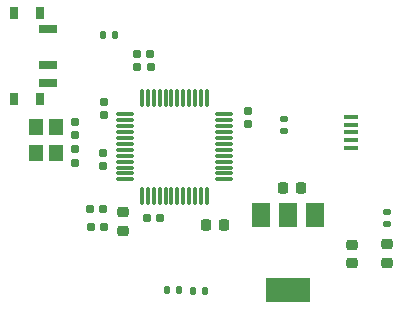
<source format=gbr>
%TF.GenerationSoftware,KiCad,Pcbnew,(6.0.8)*%
%TF.CreationDate,2022-10-13T10:33:28+07:00*%
%TF.ProjectId,1_trial,315f7472-6961-46c2-9e6b-696361645f70,rev?*%
%TF.SameCoordinates,Original*%
%TF.FileFunction,Paste,Top*%
%TF.FilePolarity,Positive*%
%FSLAX46Y46*%
G04 Gerber Fmt 4.6, Leading zero omitted, Abs format (unit mm)*
G04 Created by KiCad (PCBNEW (6.0.8)) date 2022-10-13 10:33:28*
%MOMM*%
%LPD*%
G01*
G04 APERTURE LIST*
G04 Aperture macros list*
%AMRoundRect*
0 Rectangle with rounded corners*
0 $1 Rounding radius*
0 $2 $3 $4 $5 $6 $7 $8 $9 X,Y pos of 4 corners*
0 Add a 4 corners polygon primitive as box body*
4,1,4,$2,$3,$4,$5,$6,$7,$8,$9,$2,$3,0*
0 Add four circle primitives for the rounded corners*
1,1,$1+$1,$2,$3*
1,1,$1+$1,$4,$5*
1,1,$1+$1,$6,$7*
1,1,$1+$1,$8,$9*
0 Add four rect primitives between the rounded corners*
20,1,$1+$1,$2,$3,$4,$5,0*
20,1,$1+$1,$4,$5,$6,$7,0*
20,1,$1+$1,$6,$7,$8,$9,0*
20,1,$1+$1,$8,$9,$2,$3,0*%
G04 Aperture macros list end*
%ADD10RoundRect,0.218750X0.256250X-0.218750X0.256250X0.218750X-0.256250X0.218750X-0.256250X-0.218750X0*%
%ADD11RoundRect,0.155000X-0.155000X0.212500X-0.155000X-0.212500X0.155000X-0.212500X0.155000X0.212500X0*%
%ADD12RoundRect,0.135000X-0.135000X-0.185000X0.135000X-0.185000X0.135000X0.185000X-0.135000X0.185000X0*%
%ADD13RoundRect,0.225000X0.250000X-0.225000X0.250000X0.225000X-0.250000X0.225000X-0.250000X-0.225000X0*%
%ADD14RoundRect,0.155000X0.155000X-0.212500X0.155000X0.212500X-0.155000X0.212500X-0.155000X-0.212500X0*%
%ADD15RoundRect,0.218750X-0.256250X0.218750X-0.256250X-0.218750X0.256250X-0.218750X0.256250X0.218750X0*%
%ADD16RoundRect,0.225000X0.225000X0.250000X-0.225000X0.250000X-0.225000X-0.250000X0.225000X-0.250000X0*%
%ADD17RoundRect,0.135000X-0.185000X0.135000X-0.185000X-0.135000X0.185000X-0.135000X0.185000X0.135000X0*%
%ADD18RoundRect,0.155000X-0.212500X-0.155000X0.212500X-0.155000X0.212500X0.155000X-0.212500X0.155000X0*%
%ADD19R,1.200000X1.400000*%
%ADD20R,0.800000X1.000000*%
%ADD21R,1.500000X0.700000*%
%ADD22RoundRect,0.135000X0.135000X0.185000X-0.135000X0.185000X-0.135000X-0.185000X0.135000X-0.185000X0*%
%ADD23RoundRect,0.075000X-0.662500X-0.075000X0.662500X-0.075000X0.662500X0.075000X-0.662500X0.075000X0*%
%ADD24RoundRect,0.075000X-0.075000X-0.662500X0.075000X-0.662500X0.075000X0.662500X-0.075000X0.662500X0*%
%ADD25RoundRect,0.155000X0.212500X0.155000X-0.212500X0.155000X-0.212500X-0.155000X0.212500X-0.155000X0*%
%ADD26R,1.300000X0.450000*%
%ADD27R,1.500000X2.000000*%
%ADD28R,3.800000X2.000000*%
%ADD29RoundRect,0.225000X-0.225000X-0.250000X0.225000X-0.250000X0.225000X0.250000X-0.225000X0.250000X0*%
G04 APERTURE END LIST*
D10*
%TO.C,FB1*%
X102147600Y-51291000D03*
X102147600Y-49716000D03*
%TD*%
D11*
%TO.C,C10*%
X112747600Y-41115000D03*
X112747600Y-42250000D03*
%TD*%
D12*
%TO.C,R4*%
X101507600Y-34716000D03*
X100487600Y-34716000D03*
%TD*%
D13*
%TO.C,C2*%
X121550000Y-52500000D03*
X121550000Y-54050000D03*
%TD*%
D14*
%TO.C,C6*%
X100597600Y-41533500D03*
X100597600Y-40398500D03*
%TD*%
%TO.C,C11*%
X100500000Y-44682500D03*
X100500000Y-45817500D03*
%TD*%
D15*
%TO.C,D1*%
X124497600Y-52428500D03*
X124497600Y-54003500D03*
%TD*%
D12*
%TO.C,R2*%
X105875000Y-56330000D03*
X106895000Y-56330000D03*
%TD*%
D16*
%TO.C,C3*%
X110725000Y-50825000D03*
X109175000Y-50825000D03*
%TD*%
D17*
%TO.C,R5*%
X115800000Y-41830000D03*
X115800000Y-42850000D03*
%TD*%
D14*
%TO.C,C4*%
X98142500Y-42050000D03*
X98142500Y-43185000D03*
%TD*%
D18*
%TO.C,C7*%
X103362600Y-36291000D03*
X104497600Y-36291000D03*
%TD*%
D17*
%TO.C,R1*%
X124497600Y-49706000D03*
X124497600Y-50726000D03*
%TD*%
D19*
%TO.C,Y1*%
X96467500Y-42550000D03*
X96467500Y-44750000D03*
X94767500Y-44750000D03*
X94767500Y-42550000D03*
%TD*%
D18*
%TO.C,C5*%
X104180100Y-50216000D03*
X105315100Y-50216000D03*
%TD*%
%TO.C,C8*%
X103380100Y-37466000D03*
X104515100Y-37466000D03*
%TD*%
D20*
%TO.C,SW1*%
X95180000Y-32850000D03*
X95180000Y-40150000D03*
X92970000Y-32850000D03*
X92970000Y-40150000D03*
D21*
X95830000Y-34250000D03*
X95830000Y-37250000D03*
X95830000Y-38750000D03*
%TD*%
D14*
%TO.C,C9*%
X98142500Y-44400000D03*
X98142500Y-45535000D03*
%TD*%
D22*
%TO.C,R3*%
X109150000Y-56355000D03*
X108130000Y-56355000D03*
%TD*%
D23*
%TO.C,U2*%
X102365100Y-41446000D03*
X102365100Y-41946000D03*
X102365100Y-42446000D03*
X102365100Y-42946000D03*
X102365100Y-43446000D03*
X102365100Y-43946000D03*
X102365100Y-44446000D03*
X102365100Y-44946000D03*
X102365100Y-45446000D03*
X102365100Y-45946000D03*
X102365100Y-46446000D03*
X102365100Y-46946000D03*
D24*
X103777600Y-48358500D03*
X104277600Y-48358500D03*
X104777600Y-48358500D03*
X105277600Y-48358500D03*
X105777600Y-48358500D03*
X106277600Y-48358500D03*
X106777600Y-48358500D03*
X107277600Y-48358500D03*
X107777600Y-48358500D03*
X108277600Y-48358500D03*
X108777600Y-48358500D03*
X109277600Y-48358500D03*
D23*
X110690100Y-46946000D03*
X110690100Y-46446000D03*
X110690100Y-45946000D03*
X110690100Y-45446000D03*
X110690100Y-44946000D03*
X110690100Y-44446000D03*
X110690100Y-43946000D03*
X110690100Y-43446000D03*
X110690100Y-42946000D03*
X110690100Y-42446000D03*
X110690100Y-41946000D03*
X110690100Y-41446000D03*
D24*
X109277600Y-40033500D03*
X108777600Y-40033500D03*
X108277600Y-40033500D03*
X107777600Y-40033500D03*
X107277600Y-40033500D03*
X106777600Y-40033500D03*
X106277600Y-40033500D03*
X105777600Y-40033500D03*
X105277600Y-40033500D03*
X104777600Y-40033500D03*
X104277600Y-40033500D03*
X103777600Y-40033500D03*
%TD*%
D25*
%TO.C,C12*%
X100497600Y-49466000D03*
X99362600Y-49466000D03*
%TD*%
D26*
%TO.C,J4*%
X121492600Y-41671000D03*
X121492600Y-42321000D03*
X121492600Y-42971000D03*
X121492600Y-43621000D03*
X121492600Y-44271000D03*
%TD*%
D25*
%TO.C,C13*%
X100565100Y-50966000D03*
X99430100Y-50966000D03*
%TD*%
D27*
%TO.C,U1*%
X118445000Y-49995000D03*
D28*
X116145000Y-56295000D03*
D27*
X116145000Y-49995000D03*
X113845000Y-49995000D03*
%TD*%
D29*
%TO.C,C1*%
X115722600Y-47716000D03*
X117272600Y-47716000D03*
%TD*%
M02*

</source>
